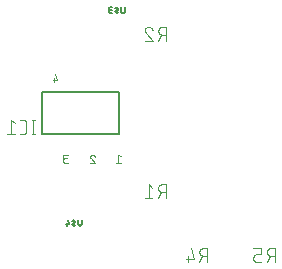
<source format=gbr>
G04 EAGLE Gerber RS-274X export*
G75*
%MOMM*%
%FSLAX34Y34*%
%LPD*%
%INSilkscreen Bottom*%
%IPPOS*%
%AMOC8*
5,1,8,0,0,1.08239X$1,22.5*%
G01*
%ADD10C,0.203200*%
%ADD11C,0.101600*%
%ADD12C,0.127000*%


D10*
X49784Y855980D02*
X49784Y820420D01*
X115316Y820420D01*
X115316Y855980D01*
X49784Y855980D01*
D11*
X69858Y795528D02*
X71834Y795528D01*
X69858Y795528D02*
X69771Y795530D01*
X69683Y795536D01*
X69596Y795545D01*
X69510Y795559D01*
X69424Y795576D01*
X69340Y795597D01*
X69256Y795622D01*
X69173Y795651D01*
X69092Y795683D01*
X69012Y795718D01*
X68934Y795757D01*
X68857Y795800D01*
X68783Y795846D01*
X68711Y795895D01*
X68641Y795947D01*
X68573Y796003D01*
X68508Y796061D01*
X68445Y796122D01*
X68386Y796186D01*
X68329Y796253D01*
X68275Y796321D01*
X68224Y796393D01*
X68177Y796466D01*
X68132Y796541D01*
X68091Y796619D01*
X68054Y796698D01*
X68020Y796778D01*
X67990Y796860D01*
X67963Y796943D01*
X67940Y797028D01*
X67921Y797113D01*
X67906Y797199D01*
X67894Y797286D01*
X67886Y797373D01*
X67882Y797460D01*
X67882Y797548D01*
X67886Y797635D01*
X67894Y797722D01*
X67906Y797809D01*
X67921Y797895D01*
X67940Y797980D01*
X67963Y798065D01*
X67990Y798148D01*
X68020Y798230D01*
X68054Y798310D01*
X68091Y798389D01*
X68132Y798467D01*
X68177Y798542D01*
X68224Y798615D01*
X68275Y798687D01*
X68329Y798755D01*
X68386Y798822D01*
X68445Y798886D01*
X68508Y798947D01*
X68573Y799005D01*
X68641Y799061D01*
X68711Y799113D01*
X68783Y799162D01*
X68857Y799208D01*
X68934Y799251D01*
X69012Y799290D01*
X69092Y799325D01*
X69173Y799357D01*
X69256Y799386D01*
X69340Y799411D01*
X69424Y799432D01*
X69510Y799449D01*
X69596Y799463D01*
X69683Y799472D01*
X69771Y799478D01*
X69858Y799480D01*
X69463Y802640D02*
X71834Y802640D01*
X69463Y802640D02*
X69384Y802638D01*
X69306Y802632D01*
X69228Y802622D01*
X69150Y802609D01*
X69073Y802591D01*
X68997Y802570D01*
X68923Y802545D01*
X68849Y802516D01*
X68777Y802484D01*
X68707Y802448D01*
X68639Y802408D01*
X68573Y802365D01*
X68509Y802319D01*
X68447Y802270D01*
X68388Y802218D01*
X68332Y802163D01*
X68278Y802105D01*
X68228Y802045D01*
X68180Y801982D01*
X68136Y801917D01*
X68095Y801850D01*
X68057Y801781D01*
X68023Y801710D01*
X67992Y801637D01*
X67965Y801563D01*
X67942Y801488D01*
X67923Y801412D01*
X67907Y801334D01*
X67895Y801256D01*
X67887Y801178D01*
X67883Y801099D01*
X67883Y801021D01*
X67887Y800942D01*
X67895Y800864D01*
X67907Y800786D01*
X67923Y800708D01*
X67942Y800632D01*
X67965Y800557D01*
X67992Y800483D01*
X68023Y800410D01*
X68057Y800339D01*
X68095Y800270D01*
X68136Y800203D01*
X68180Y800138D01*
X68228Y800075D01*
X68278Y800015D01*
X68332Y799957D01*
X68388Y799902D01*
X68447Y799850D01*
X68509Y799801D01*
X68573Y799755D01*
X68639Y799712D01*
X68707Y799672D01*
X68777Y799636D01*
X68849Y799604D01*
X68923Y799575D01*
X68997Y799550D01*
X69073Y799529D01*
X69150Y799511D01*
X69228Y799498D01*
X69306Y799488D01*
X69384Y799482D01*
X69463Y799480D01*
X69463Y799479D02*
X71044Y799479D01*
X62992Y865688D02*
X61412Y871220D01*
X62992Y865688D02*
X59041Y865688D01*
X60226Y867269D02*
X60226Y864108D01*
X114592Y802640D02*
X116568Y801060D01*
X114592Y802640D02*
X114592Y795528D01*
X112617Y795528D02*
X116568Y795528D01*
X92775Y802546D02*
X92693Y802544D01*
X92611Y802538D01*
X92529Y802529D01*
X92448Y802516D01*
X92368Y802499D01*
X92288Y802478D01*
X92210Y802454D01*
X92133Y802426D01*
X92057Y802395D01*
X91982Y802360D01*
X91910Y802321D01*
X91839Y802280D01*
X91770Y802235D01*
X91704Y802187D01*
X91639Y802136D01*
X91577Y802082D01*
X91518Y802025D01*
X91461Y801966D01*
X91407Y801904D01*
X91356Y801839D01*
X91308Y801773D01*
X91263Y801704D01*
X91222Y801633D01*
X91183Y801561D01*
X91148Y801486D01*
X91117Y801410D01*
X91089Y801333D01*
X91065Y801255D01*
X91044Y801175D01*
X91027Y801095D01*
X91014Y801014D01*
X91005Y800932D01*
X90999Y800850D01*
X90997Y800768D01*
X92775Y802546D02*
X92868Y802544D01*
X92960Y802538D01*
X93052Y802529D01*
X93144Y802516D01*
X93235Y802499D01*
X93325Y802479D01*
X93415Y802455D01*
X93503Y802427D01*
X93591Y802395D01*
X93676Y802361D01*
X93761Y802322D01*
X93843Y802281D01*
X93924Y802236D01*
X94004Y802187D01*
X94081Y802136D01*
X94156Y802082D01*
X94228Y802024D01*
X94299Y801964D01*
X94366Y801900D01*
X94431Y801835D01*
X94494Y801766D01*
X94553Y801695D01*
X94610Y801622D01*
X94664Y801546D01*
X94714Y801469D01*
X94762Y801389D01*
X94806Y801307D01*
X94846Y801224D01*
X94884Y801139D01*
X94918Y801053D01*
X94948Y800966D01*
X91590Y799385D02*
X91529Y799446D01*
X91471Y799509D01*
X91416Y799575D01*
X91363Y799643D01*
X91314Y799714D01*
X91269Y799786D01*
X91226Y799861D01*
X91187Y799937D01*
X91151Y800016D01*
X91119Y800095D01*
X91091Y800176D01*
X91066Y800259D01*
X91045Y800342D01*
X91028Y800426D01*
X91014Y800511D01*
X91005Y800596D01*
X90999Y800682D01*
X90997Y800768D01*
X91590Y799385D02*
X94948Y795434D01*
X90997Y795434D01*
X42644Y820166D02*
X42644Y831850D01*
X43942Y820166D02*
X41346Y820166D01*
X41346Y831850D02*
X43942Y831850D01*
X34182Y820166D02*
X31586Y820166D01*
X34182Y820166D02*
X34281Y820168D01*
X34381Y820174D01*
X34480Y820183D01*
X34578Y820196D01*
X34676Y820213D01*
X34774Y820234D01*
X34870Y820259D01*
X34965Y820287D01*
X35059Y820319D01*
X35152Y820354D01*
X35244Y820393D01*
X35334Y820436D01*
X35422Y820481D01*
X35509Y820531D01*
X35593Y820583D01*
X35676Y820639D01*
X35756Y820697D01*
X35834Y820759D01*
X35909Y820824D01*
X35982Y820892D01*
X36052Y820962D01*
X36120Y821035D01*
X36185Y821110D01*
X36247Y821188D01*
X36305Y821268D01*
X36361Y821351D01*
X36413Y821435D01*
X36463Y821522D01*
X36508Y821610D01*
X36551Y821700D01*
X36590Y821792D01*
X36625Y821885D01*
X36657Y821979D01*
X36685Y822074D01*
X36710Y822170D01*
X36731Y822268D01*
X36748Y822366D01*
X36761Y822464D01*
X36770Y822563D01*
X36776Y822663D01*
X36778Y822762D01*
X36779Y822762D02*
X36779Y829254D01*
X36778Y829254D02*
X36776Y829353D01*
X36770Y829453D01*
X36761Y829552D01*
X36748Y829650D01*
X36731Y829748D01*
X36710Y829846D01*
X36685Y829942D01*
X36657Y830037D01*
X36625Y830131D01*
X36590Y830224D01*
X36551Y830316D01*
X36508Y830406D01*
X36463Y830494D01*
X36413Y830581D01*
X36361Y830665D01*
X36305Y830748D01*
X36247Y830828D01*
X36185Y830906D01*
X36120Y830981D01*
X36052Y831054D01*
X35982Y831124D01*
X35909Y831192D01*
X35834Y831257D01*
X35756Y831319D01*
X35676Y831377D01*
X35593Y831433D01*
X35509Y831485D01*
X35422Y831535D01*
X35334Y831580D01*
X35244Y831623D01*
X35152Y831662D01*
X35059Y831697D01*
X34965Y831729D01*
X34870Y831757D01*
X34774Y831782D01*
X34676Y831803D01*
X34578Y831820D01*
X34480Y831833D01*
X34381Y831842D01*
X34281Y831848D01*
X34182Y831850D01*
X31586Y831850D01*
X27220Y829254D02*
X23975Y831850D01*
X23975Y820166D01*
X27220Y820166D02*
X20729Y820166D01*
X154880Y777367D02*
X154880Y765683D01*
X154880Y777367D02*
X151635Y777367D01*
X151522Y777365D01*
X151409Y777359D01*
X151296Y777349D01*
X151183Y777335D01*
X151071Y777318D01*
X150960Y777296D01*
X150850Y777271D01*
X150740Y777241D01*
X150632Y777208D01*
X150525Y777171D01*
X150419Y777131D01*
X150315Y777086D01*
X150212Y777038D01*
X150111Y776987D01*
X150012Y776932D01*
X149915Y776874D01*
X149820Y776812D01*
X149727Y776747D01*
X149637Y776679D01*
X149549Y776608D01*
X149463Y776533D01*
X149380Y776456D01*
X149300Y776376D01*
X149223Y776293D01*
X149148Y776207D01*
X149077Y776119D01*
X149009Y776029D01*
X148944Y775936D01*
X148882Y775841D01*
X148824Y775744D01*
X148769Y775645D01*
X148718Y775544D01*
X148670Y775441D01*
X148625Y775337D01*
X148585Y775231D01*
X148548Y775124D01*
X148515Y775016D01*
X148485Y774906D01*
X148460Y774796D01*
X148438Y774685D01*
X148421Y774573D01*
X148407Y774460D01*
X148397Y774347D01*
X148391Y774234D01*
X148389Y774121D01*
X148391Y774008D01*
X148397Y773895D01*
X148407Y773782D01*
X148421Y773669D01*
X148438Y773557D01*
X148460Y773446D01*
X148485Y773336D01*
X148515Y773226D01*
X148548Y773118D01*
X148585Y773011D01*
X148625Y772905D01*
X148670Y772801D01*
X148718Y772698D01*
X148769Y772597D01*
X148824Y772498D01*
X148882Y772401D01*
X148944Y772306D01*
X149009Y772213D01*
X149077Y772123D01*
X149148Y772035D01*
X149223Y771949D01*
X149300Y771866D01*
X149380Y771786D01*
X149463Y771709D01*
X149549Y771634D01*
X149637Y771563D01*
X149727Y771495D01*
X149820Y771430D01*
X149915Y771368D01*
X150012Y771310D01*
X150111Y771255D01*
X150212Y771204D01*
X150315Y771156D01*
X150419Y771111D01*
X150525Y771071D01*
X150632Y771034D01*
X150740Y771001D01*
X150850Y770971D01*
X150960Y770946D01*
X151071Y770924D01*
X151183Y770907D01*
X151296Y770893D01*
X151409Y770883D01*
X151522Y770877D01*
X151635Y770875D01*
X151635Y770876D02*
X154880Y770876D01*
X150986Y770876D02*
X148389Y765683D01*
X143524Y774771D02*
X140279Y777367D01*
X140279Y765683D01*
X143524Y765683D02*
X137033Y765683D01*
X155067Y899033D02*
X155067Y910717D01*
X151821Y910717D01*
X151708Y910715D01*
X151595Y910709D01*
X151482Y910699D01*
X151369Y910685D01*
X151257Y910668D01*
X151146Y910646D01*
X151036Y910621D01*
X150926Y910591D01*
X150818Y910558D01*
X150711Y910521D01*
X150605Y910481D01*
X150501Y910436D01*
X150398Y910388D01*
X150297Y910337D01*
X150198Y910282D01*
X150101Y910224D01*
X150006Y910162D01*
X149913Y910097D01*
X149823Y910029D01*
X149735Y909958D01*
X149649Y909883D01*
X149566Y909806D01*
X149486Y909726D01*
X149409Y909643D01*
X149334Y909557D01*
X149263Y909469D01*
X149195Y909379D01*
X149130Y909286D01*
X149068Y909191D01*
X149010Y909094D01*
X148955Y908995D01*
X148904Y908894D01*
X148856Y908791D01*
X148811Y908687D01*
X148771Y908581D01*
X148734Y908474D01*
X148701Y908366D01*
X148671Y908256D01*
X148646Y908146D01*
X148624Y908035D01*
X148607Y907923D01*
X148593Y907810D01*
X148583Y907697D01*
X148577Y907584D01*
X148575Y907471D01*
X148577Y907358D01*
X148583Y907245D01*
X148593Y907132D01*
X148607Y907019D01*
X148624Y906907D01*
X148646Y906796D01*
X148671Y906686D01*
X148701Y906576D01*
X148734Y906468D01*
X148771Y906361D01*
X148811Y906255D01*
X148856Y906151D01*
X148904Y906048D01*
X148955Y905947D01*
X149010Y905848D01*
X149068Y905751D01*
X149130Y905656D01*
X149195Y905563D01*
X149263Y905473D01*
X149334Y905385D01*
X149409Y905299D01*
X149486Y905216D01*
X149566Y905136D01*
X149649Y905059D01*
X149735Y904984D01*
X149823Y904913D01*
X149913Y904845D01*
X150006Y904780D01*
X150101Y904718D01*
X150198Y904660D01*
X150297Y904605D01*
X150398Y904554D01*
X150501Y904506D01*
X150605Y904461D01*
X150711Y904421D01*
X150818Y904384D01*
X150926Y904351D01*
X151036Y904321D01*
X151146Y904296D01*
X151257Y904274D01*
X151369Y904257D01*
X151482Y904243D01*
X151595Y904233D01*
X151708Y904227D01*
X151821Y904225D01*
X151821Y904226D02*
X155067Y904226D01*
X151172Y904226D02*
X148576Y899033D01*
X137220Y907796D02*
X137222Y907903D01*
X137228Y908009D01*
X137238Y908115D01*
X137251Y908221D01*
X137269Y908327D01*
X137290Y908431D01*
X137315Y908535D01*
X137344Y908638D01*
X137376Y908739D01*
X137413Y908839D01*
X137453Y908938D01*
X137496Y909036D01*
X137543Y909132D01*
X137594Y909226D01*
X137648Y909318D01*
X137705Y909408D01*
X137765Y909496D01*
X137829Y909581D01*
X137896Y909664D01*
X137966Y909745D01*
X138038Y909823D01*
X138114Y909899D01*
X138192Y909971D01*
X138273Y910041D01*
X138356Y910108D01*
X138441Y910172D01*
X138529Y910232D01*
X138619Y910289D01*
X138711Y910343D01*
X138805Y910394D01*
X138901Y910441D01*
X138999Y910484D01*
X139098Y910524D01*
X139198Y910561D01*
X139299Y910593D01*
X139402Y910622D01*
X139506Y910647D01*
X139610Y910668D01*
X139716Y910686D01*
X139822Y910699D01*
X139928Y910709D01*
X140034Y910715D01*
X140141Y910717D01*
X140262Y910715D01*
X140383Y910709D01*
X140503Y910699D01*
X140624Y910686D01*
X140743Y910668D01*
X140863Y910647D01*
X140981Y910622D01*
X141098Y910593D01*
X141215Y910560D01*
X141330Y910524D01*
X141444Y910483D01*
X141557Y910440D01*
X141669Y910392D01*
X141778Y910341D01*
X141886Y910286D01*
X141993Y910228D01*
X142097Y910167D01*
X142199Y910102D01*
X142299Y910034D01*
X142397Y909963D01*
X142493Y909889D01*
X142586Y909812D01*
X142676Y909731D01*
X142764Y909648D01*
X142849Y909562D01*
X142932Y909473D01*
X143011Y909382D01*
X143088Y909288D01*
X143161Y909192D01*
X143231Y909094D01*
X143298Y908993D01*
X143362Y908890D01*
X143423Y908785D01*
X143480Y908678D01*
X143533Y908570D01*
X143583Y908460D01*
X143629Y908348D01*
X143672Y908235D01*
X143711Y908120D01*
X138194Y905524D02*
X138115Y905602D01*
X138039Y905682D01*
X137966Y905765D01*
X137896Y905851D01*
X137829Y905938D01*
X137765Y906029D01*
X137705Y906121D01*
X137647Y906215D01*
X137593Y906312D01*
X137543Y906410D01*
X137496Y906510D01*
X137452Y906611D01*
X137412Y906714D01*
X137376Y906819D01*
X137344Y906924D01*
X137315Y907031D01*
X137290Y907138D01*
X137268Y907247D01*
X137251Y907356D01*
X137237Y907465D01*
X137228Y907575D01*
X137222Y907686D01*
X137220Y907796D01*
X138193Y905524D02*
X143711Y899033D01*
X137220Y899033D01*
X189805Y723392D02*
X189805Y711708D01*
X189805Y723392D02*
X186560Y723392D01*
X186447Y723390D01*
X186334Y723384D01*
X186221Y723374D01*
X186108Y723360D01*
X185996Y723343D01*
X185885Y723321D01*
X185775Y723296D01*
X185665Y723266D01*
X185557Y723233D01*
X185450Y723196D01*
X185344Y723156D01*
X185240Y723111D01*
X185137Y723063D01*
X185036Y723012D01*
X184937Y722957D01*
X184840Y722899D01*
X184745Y722837D01*
X184652Y722772D01*
X184562Y722704D01*
X184474Y722633D01*
X184388Y722558D01*
X184305Y722481D01*
X184225Y722401D01*
X184148Y722318D01*
X184073Y722232D01*
X184002Y722144D01*
X183934Y722054D01*
X183869Y721961D01*
X183807Y721866D01*
X183749Y721769D01*
X183694Y721670D01*
X183643Y721569D01*
X183595Y721466D01*
X183550Y721362D01*
X183510Y721256D01*
X183473Y721149D01*
X183440Y721041D01*
X183410Y720931D01*
X183385Y720821D01*
X183363Y720710D01*
X183346Y720598D01*
X183332Y720485D01*
X183322Y720372D01*
X183316Y720259D01*
X183314Y720146D01*
X183316Y720033D01*
X183322Y719920D01*
X183332Y719807D01*
X183346Y719694D01*
X183363Y719582D01*
X183385Y719471D01*
X183410Y719361D01*
X183440Y719251D01*
X183473Y719143D01*
X183510Y719036D01*
X183550Y718930D01*
X183595Y718826D01*
X183643Y718723D01*
X183694Y718622D01*
X183749Y718523D01*
X183807Y718426D01*
X183869Y718331D01*
X183934Y718238D01*
X184002Y718148D01*
X184073Y718060D01*
X184148Y717974D01*
X184225Y717891D01*
X184305Y717811D01*
X184388Y717734D01*
X184474Y717659D01*
X184562Y717588D01*
X184652Y717520D01*
X184745Y717455D01*
X184840Y717393D01*
X184937Y717335D01*
X185036Y717280D01*
X185137Y717229D01*
X185240Y717181D01*
X185344Y717136D01*
X185450Y717096D01*
X185557Y717059D01*
X185665Y717026D01*
X185775Y716996D01*
X185885Y716971D01*
X185996Y716949D01*
X186108Y716932D01*
X186221Y716918D01*
X186334Y716908D01*
X186447Y716902D01*
X186560Y716900D01*
X186560Y716901D02*
X189805Y716901D01*
X185911Y716901D02*
X183314Y711708D01*
X178449Y714304D02*
X175853Y723392D01*
X178449Y714304D02*
X171958Y714304D01*
X173905Y716901D02*
X173905Y711708D01*
X246955Y711708D02*
X246955Y723392D01*
X243710Y723392D01*
X243597Y723390D01*
X243484Y723384D01*
X243371Y723374D01*
X243258Y723360D01*
X243146Y723343D01*
X243035Y723321D01*
X242925Y723296D01*
X242815Y723266D01*
X242707Y723233D01*
X242600Y723196D01*
X242494Y723156D01*
X242390Y723111D01*
X242287Y723063D01*
X242186Y723012D01*
X242087Y722957D01*
X241990Y722899D01*
X241895Y722837D01*
X241802Y722772D01*
X241712Y722704D01*
X241624Y722633D01*
X241538Y722558D01*
X241455Y722481D01*
X241375Y722401D01*
X241298Y722318D01*
X241223Y722232D01*
X241152Y722144D01*
X241084Y722054D01*
X241019Y721961D01*
X240957Y721866D01*
X240899Y721769D01*
X240844Y721670D01*
X240793Y721569D01*
X240745Y721466D01*
X240700Y721362D01*
X240660Y721256D01*
X240623Y721149D01*
X240590Y721041D01*
X240560Y720931D01*
X240535Y720821D01*
X240513Y720710D01*
X240496Y720598D01*
X240482Y720485D01*
X240472Y720372D01*
X240466Y720259D01*
X240464Y720146D01*
X240466Y720033D01*
X240472Y719920D01*
X240482Y719807D01*
X240496Y719694D01*
X240513Y719582D01*
X240535Y719471D01*
X240560Y719361D01*
X240590Y719251D01*
X240623Y719143D01*
X240660Y719036D01*
X240700Y718930D01*
X240745Y718826D01*
X240793Y718723D01*
X240844Y718622D01*
X240899Y718523D01*
X240957Y718426D01*
X241019Y718331D01*
X241084Y718238D01*
X241152Y718148D01*
X241223Y718060D01*
X241298Y717974D01*
X241375Y717891D01*
X241455Y717811D01*
X241538Y717734D01*
X241624Y717659D01*
X241712Y717588D01*
X241802Y717520D01*
X241895Y717455D01*
X241990Y717393D01*
X242087Y717335D01*
X242186Y717280D01*
X242287Y717229D01*
X242390Y717181D01*
X242494Y717136D01*
X242600Y717096D01*
X242707Y717059D01*
X242815Y717026D01*
X242925Y716996D01*
X243035Y716971D01*
X243146Y716949D01*
X243258Y716932D01*
X243371Y716918D01*
X243484Y716908D01*
X243597Y716902D01*
X243710Y716900D01*
X243710Y716901D02*
X246955Y716901D01*
X243061Y716901D02*
X240464Y711708D01*
X235599Y711708D02*
X231704Y711708D01*
X231605Y711710D01*
X231505Y711716D01*
X231406Y711725D01*
X231308Y711738D01*
X231210Y711755D01*
X231112Y711776D01*
X231016Y711801D01*
X230921Y711829D01*
X230827Y711861D01*
X230734Y711896D01*
X230642Y711935D01*
X230552Y711978D01*
X230464Y712023D01*
X230377Y712073D01*
X230293Y712125D01*
X230210Y712181D01*
X230130Y712239D01*
X230052Y712301D01*
X229977Y712366D01*
X229904Y712434D01*
X229834Y712504D01*
X229766Y712577D01*
X229701Y712652D01*
X229639Y712730D01*
X229581Y712810D01*
X229525Y712893D01*
X229473Y712977D01*
X229423Y713064D01*
X229378Y713152D01*
X229335Y713242D01*
X229296Y713334D01*
X229261Y713427D01*
X229229Y713521D01*
X229201Y713616D01*
X229176Y713712D01*
X229155Y713810D01*
X229138Y713908D01*
X229125Y714006D01*
X229116Y714105D01*
X229110Y714205D01*
X229108Y714304D01*
X229108Y715603D01*
X229110Y715702D01*
X229116Y715802D01*
X229125Y715901D01*
X229138Y715999D01*
X229155Y716097D01*
X229176Y716195D01*
X229201Y716291D01*
X229229Y716386D01*
X229261Y716480D01*
X229296Y716573D01*
X229335Y716665D01*
X229378Y716755D01*
X229423Y716843D01*
X229473Y716930D01*
X229525Y717014D01*
X229581Y717097D01*
X229639Y717177D01*
X229701Y717255D01*
X229766Y717330D01*
X229834Y717403D01*
X229904Y717473D01*
X229977Y717541D01*
X230052Y717606D01*
X230130Y717668D01*
X230210Y717726D01*
X230293Y717782D01*
X230377Y717834D01*
X230464Y717884D01*
X230552Y717929D01*
X230642Y717972D01*
X230734Y718011D01*
X230827Y718046D01*
X230921Y718078D01*
X231016Y718106D01*
X231112Y718131D01*
X231210Y718152D01*
X231308Y718169D01*
X231406Y718182D01*
X231505Y718191D01*
X231605Y718197D01*
X231704Y718199D01*
X235599Y718199D01*
X235599Y723392D01*
X229108Y723392D01*
D12*
X120015Y923996D02*
X120015Y927481D01*
X120015Y923996D02*
X120013Y923925D01*
X120007Y923853D01*
X119998Y923783D01*
X119985Y923713D01*
X119968Y923643D01*
X119947Y923575D01*
X119923Y923508D01*
X119895Y923442D01*
X119864Y923378D01*
X119829Y923315D01*
X119791Y923255D01*
X119750Y923196D01*
X119706Y923140D01*
X119659Y923086D01*
X119610Y923035D01*
X119557Y922987D01*
X119502Y922941D01*
X119445Y922899D01*
X119385Y922859D01*
X119324Y922823D01*
X119260Y922790D01*
X119195Y922761D01*
X119129Y922735D01*
X119061Y922712D01*
X118992Y922693D01*
X118922Y922678D01*
X118852Y922667D01*
X118781Y922659D01*
X118710Y922655D01*
X118638Y922655D01*
X118567Y922659D01*
X118496Y922667D01*
X118426Y922678D01*
X118356Y922693D01*
X118287Y922712D01*
X118219Y922735D01*
X118153Y922761D01*
X118088Y922790D01*
X118024Y922823D01*
X117963Y922859D01*
X117903Y922899D01*
X117846Y922941D01*
X117791Y922987D01*
X117738Y923035D01*
X117689Y923086D01*
X117642Y923140D01*
X117598Y923196D01*
X117557Y923255D01*
X117519Y923315D01*
X117484Y923378D01*
X117453Y923442D01*
X117425Y923508D01*
X117401Y923575D01*
X117380Y923643D01*
X117363Y923713D01*
X117350Y923783D01*
X117341Y923853D01*
X117335Y923925D01*
X117333Y923996D01*
X117334Y923996D02*
X117334Y927481D01*
X113371Y927481D02*
X113371Y922655D01*
X113371Y925068D02*
X114041Y925470D01*
X114088Y925500D01*
X114132Y925534D01*
X114174Y925570D01*
X114213Y925609D01*
X114250Y925650D01*
X114283Y925695D01*
X114313Y925741D01*
X114341Y925789D01*
X114364Y925839D01*
X114384Y925891D01*
X114401Y925944D01*
X114414Y925997D01*
X114423Y926052D01*
X114428Y926107D01*
X114430Y926163D01*
X114428Y926218D01*
X114422Y926273D01*
X114412Y926327D01*
X114398Y926381D01*
X114381Y926434D01*
X114360Y926485D01*
X114335Y926535D01*
X114308Y926583D01*
X114277Y926628D01*
X114242Y926672D01*
X114205Y926713D01*
X114166Y926752D01*
X114123Y926787D01*
X114078Y926820D01*
X114032Y926850D01*
X113983Y926876D01*
X113932Y926898D01*
X113880Y926918D01*
X113827Y926933D01*
X113773Y926945D01*
X113773Y926944D02*
X113684Y926959D01*
X113594Y926969D01*
X113504Y926976D01*
X113414Y926979D01*
X113324Y926978D01*
X113234Y926973D01*
X113145Y926965D01*
X113055Y926952D01*
X112967Y926936D01*
X112879Y926916D01*
X112792Y926893D01*
X112706Y926866D01*
X112622Y926835D01*
X112538Y926800D01*
X112457Y926762D01*
X112376Y926721D01*
X112298Y926676D01*
X113371Y925068D02*
X112701Y924666D01*
X112654Y924636D01*
X112610Y924602D01*
X112568Y924566D01*
X112529Y924527D01*
X112492Y924486D01*
X112459Y924441D01*
X112429Y924395D01*
X112401Y924347D01*
X112378Y924297D01*
X112358Y924245D01*
X112341Y924192D01*
X112328Y924139D01*
X112319Y924084D01*
X112314Y924029D01*
X112312Y923973D01*
X112314Y923918D01*
X112320Y923863D01*
X112330Y923809D01*
X112344Y923755D01*
X112361Y923702D01*
X112382Y923651D01*
X112407Y923601D01*
X112434Y923553D01*
X112465Y923507D01*
X112500Y923464D01*
X112537Y923423D01*
X112576Y923384D01*
X112619Y923349D01*
X112664Y923316D01*
X112711Y923286D01*
X112759Y923260D01*
X112810Y923238D01*
X112862Y923218D01*
X112915Y923203D01*
X112969Y923191D01*
X112969Y923192D02*
X113058Y923177D01*
X113148Y923167D01*
X113238Y923160D01*
X113328Y923157D01*
X113418Y923158D01*
X113508Y923163D01*
X113597Y923171D01*
X113687Y923184D01*
X113775Y923200D01*
X113863Y923220D01*
X113950Y923243D01*
X114036Y923270D01*
X114121Y923301D01*
X114204Y923336D01*
X114286Y923374D01*
X114366Y923415D01*
X114444Y923460D01*
X109591Y922655D02*
X108250Y922655D01*
X108179Y922657D01*
X108107Y922663D01*
X108037Y922672D01*
X107967Y922685D01*
X107897Y922702D01*
X107829Y922723D01*
X107762Y922747D01*
X107696Y922775D01*
X107632Y922806D01*
X107569Y922841D01*
X107509Y922879D01*
X107450Y922920D01*
X107394Y922964D01*
X107340Y923011D01*
X107289Y923060D01*
X107241Y923113D01*
X107195Y923168D01*
X107153Y923225D01*
X107113Y923285D01*
X107077Y923346D01*
X107044Y923410D01*
X107015Y923475D01*
X106989Y923541D01*
X106966Y923609D01*
X106947Y923678D01*
X106932Y923748D01*
X106921Y923818D01*
X106913Y923889D01*
X106909Y923960D01*
X106909Y924032D01*
X106913Y924103D01*
X106921Y924174D01*
X106932Y924244D01*
X106947Y924314D01*
X106966Y924383D01*
X106989Y924451D01*
X107015Y924517D01*
X107044Y924582D01*
X107077Y924646D01*
X107113Y924707D01*
X107153Y924767D01*
X107195Y924824D01*
X107241Y924879D01*
X107289Y924932D01*
X107340Y924981D01*
X107394Y925028D01*
X107450Y925072D01*
X107509Y925113D01*
X107569Y925151D01*
X107632Y925186D01*
X107696Y925217D01*
X107762Y925245D01*
X107829Y925269D01*
X107897Y925290D01*
X107967Y925307D01*
X108037Y925320D01*
X108107Y925329D01*
X108179Y925335D01*
X108250Y925337D01*
X107982Y927481D02*
X109591Y927481D01*
X107982Y927481D02*
X107917Y927479D01*
X107853Y927473D01*
X107789Y927463D01*
X107725Y927450D01*
X107663Y927432D01*
X107602Y927411D01*
X107542Y927387D01*
X107484Y927358D01*
X107427Y927326D01*
X107373Y927291D01*
X107321Y927253D01*
X107271Y927211D01*
X107224Y927167D01*
X107180Y927120D01*
X107138Y927070D01*
X107100Y927018D01*
X107065Y926964D01*
X107033Y926907D01*
X107004Y926849D01*
X106980Y926789D01*
X106959Y926728D01*
X106941Y926666D01*
X106928Y926602D01*
X106918Y926538D01*
X106912Y926474D01*
X106910Y926409D01*
X106912Y926344D01*
X106918Y926280D01*
X106928Y926216D01*
X106941Y926152D01*
X106959Y926090D01*
X106980Y926029D01*
X107004Y925969D01*
X107033Y925911D01*
X107065Y925854D01*
X107100Y925800D01*
X107138Y925748D01*
X107180Y925698D01*
X107224Y925651D01*
X107271Y925607D01*
X107321Y925565D01*
X107373Y925527D01*
X107427Y925492D01*
X107484Y925460D01*
X107542Y925431D01*
X107602Y925407D01*
X107663Y925386D01*
X107725Y925368D01*
X107789Y925355D01*
X107853Y925345D01*
X107917Y925339D01*
X107982Y925337D01*
X107982Y925336D02*
X109055Y925336D01*
X83590Y747395D02*
X83590Y743910D01*
X83591Y743910D02*
X83589Y743839D01*
X83583Y743767D01*
X83574Y743697D01*
X83561Y743627D01*
X83544Y743557D01*
X83523Y743489D01*
X83499Y743422D01*
X83471Y743356D01*
X83440Y743292D01*
X83405Y743229D01*
X83367Y743169D01*
X83326Y743110D01*
X83282Y743054D01*
X83235Y743000D01*
X83186Y742949D01*
X83133Y742901D01*
X83078Y742855D01*
X83021Y742813D01*
X82961Y742773D01*
X82900Y742737D01*
X82836Y742704D01*
X82771Y742675D01*
X82705Y742649D01*
X82637Y742626D01*
X82568Y742607D01*
X82498Y742592D01*
X82428Y742581D01*
X82357Y742573D01*
X82286Y742569D01*
X82214Y742569D01*
X82143Y742573D01*
X82072Y742581D01*
X82002Y742592D01*
X81932Y742607D01*
X81863Y742626D01*
X81795Y742649D01*
X81729Y742675D01*
X81664Y742704D01*
X81600Y742737D01*
X81539Y742773D01*
X81479Y742813D01*
X81422Y742855D01*
X81367Y742901D01*
X81314Y742949D01*
X81265Y743000D01*
X81218Y743054D01*
X81174Y743110D01*
X81133Y743169D01*
X81095Y743229D01*
X81060Y743292D01*
X81029Y743356D01*
X81001Y743422D01*
X80977Y743489D01*
X80956Y743557D01*
X80939Y743627D01*
X80926Y743697D01*
X80917Y743767D01*
X80911Y743839D01*
X80909Y743910D01*
X80909Y747395D01*
X76946Y747395D02*
X76946Y742569D01*
X76946Y744982D02*
X77616Y745384D01*
X77663Y745414D01*
X77707Y745448D01*
X77749Y745484D01*
X77788Y745523D01*
X77825Y745564D01*
X77858Y745609D01*
X77888Y745655D01*
X77916Y745703D01*
X77939Y745753D01*
X77959Y745805D01*
X77976Y745858D01*
X77989Y745911D01*
X77998Y745966D01*
X78003Y746021D01*
X78005Y746077D01*
X78003Y746132D01*
X77997Y746187D01*
X77987Y746241D01*
X77973Y746295D01*
X77956Y746348D01*
X77935Y746399D01*
X77910Y746449D01*
X77883Y746497D01*
X77852Y746542D01*
X77817Y746586D01*
X77780Y746627D01*
X77741Y746666D01*
X77698Y746701D01*
X77653Y746734D01*
X77607Y746764D01*
X77558Y746790D01*
X77507Y746812D01*
X77455Y746832D01*
X77402Y746847D01*
X77348Y746859D01*
X77349Y746858D02*
X77260Y746873D01*
X77170Y746883D01*
X77080Y746890D01*
X76990Y746893D01*
X76900Y746892D01*
X76810Y746887D01*
X76721Y746879D01*
X76631Y746866D01*
X76543Y746850D01*
X76455Y746830D01*
X76368Y746807D01*
X76282Y746780D01*
X76198Y746749D01*
X76114Y746714D01*
X76033Y746676D01*
X75952Y746635D01*
X75874Y746590D01*
X76946Y744982D02*
X76276Y744580D01*
X76229Y744550D01*
X76185Y744516D01*
X76143Y744480D01*
X76104Y744441D01*
X76067Y744400D01*
X76034Y744355D01*
X76004Y744309D01*
X75976Y744261D01*
X75953Y744211D01*
X75933Y744159D01*
X75916Y744106D01*
X75903Y744053D01*
X75894Y743998D01*
X75889Y743943D01*
X75887Y743887D01*
X75889Y743832D01*
X75895Y743777D01*
X75905Y743723D01*
X75919Y743669D01*
X75936Y743616D01*
X75957Y743565D01*
X75982Y743515D01*
X76009Y743467D01*
X76040Y743421D01*
X76075Y743378D01*
X76112Y743337D01*
X76151Y743298D01*
X76194Y743263D01*
X76239Y743230D01*
X76286Y743200D01*
X76334Y743174D01*
X76385Y743152D01*
X76437Y743132D01*
X76490Y743117D01*
X76544Y743105D01*
X76544Y743106D02*
X76633Y743091D01*
X76723Y743081D01*
X76813Y743074D01*
X76903Y743071D01*
X76993Y743072D01*
X77083Y743077D01*
X77172Y743085D01*
X77262Y743098D01*
X77350Y743114D01*
X77438Y743134D01*
X77525Y743157D01*
X77611Y743184D01*
X77696Y743215D01*
X77779Y743250D01*
X77861Y743288D01*
X77941Y743329D01*
X78019Y743374D01*
X73166Y743641D02*
X72094Y747395D01*
X73166Y743641D02*
X70485Y743641D01*
X71289Y744714D02*
X71289Y742569D01*
M02*

</source>
